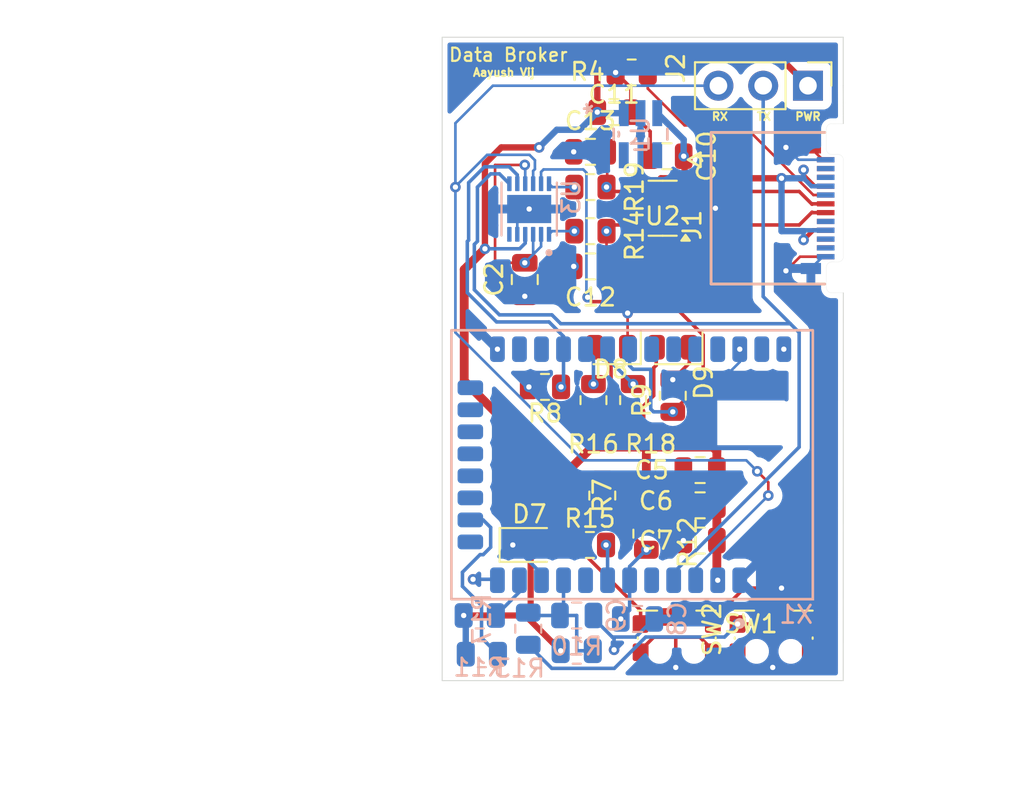
<source format=kicad_pcb>
(kicad_pcb (version 20240108) (generator "pcbnew") (generator_version "8.0")
  (layers (0 "F.Cu" signal) (1 "In1.Cu" signal) (2 "In2.Cu" signal) (31 "B.Cu" signal) (34 "B.Paste" user) (35 "F.Paste" user) (36 "B.SilkS" user "B.Silkscreen") (37 "F.SilkS" user "F.Silkscreen") (38 "B.Mask" user) (39 "F.Mask" user) (44 "Edge.Cuts" user))
  (net 0 "")
  (net 1 "GND")
  (net 2 "Net-(J1-CC)")
  (net 3 "/RF_TXD")
  (net 4 "/RF_RXD")
  (net 5 "/RF_BOOTMODE")
  (net 6 "/UART_RTS")
  (net 7 "/UART_CTS")
  (net 8 "Net-(X1-SPI_N_SSEL{slash}DIO17)")
  (net 19 "/RF_SLEEP")
  (net 25 "/RF_RESET")
  (net 26 "/RF_PWM")
  (net 27 "/RF_ASSOCIATE")
  (net 29 "+5V")
  (net 30 "+3.3V")
  (net 31 "/RF_D7")
  (net 32 "/RF_D8")
  (net 33 "/RF_D9")
  (net 34 "/USB_OUT_D+")
  (net 35 "/USB_OUT_D-")
  (net 36 "/RF_SW_RESET")
  (net 37 "/RF_SW_SLEEP")
  (net 38 "/RF_DSLEEP")
  (net 50 "/USBDM")
  (net 51 "/USBDP")
  (net 52 "/USBMLXDN")
  (net 53 "/USBMLXDP")
  (net 54 "/FTDI_RESET")
  (footprint "Connector_PinHeader_2.54mm:PinHeader_1x03_P2.54mm_Vertical" (layer "F.Cu") (at 153.75 54.5 -90)
    (property "Reference" "J2")
    (property "Value" "Conn_01x03")
  )
  (footprint "LED_SMD:LED_0805_2012Metric" (layer "F.Cu") (at 137.9441 80.5532)
    (property "Reference" "D7")
    (property "Value" "LED")
  )
  (footprint "Resistor_SMD:R_0805_2012Metric" (layer "F.Cu") (at 142.08125 77.75 90)
    (property "Reference" "R7")
    (property "Value" "1k")
  )
  (footprint "Button_Switch_SMD:SW_SPST_CK_KMS2xxGP" (layer "F.Cu") (at 151.80625 85.8375)
    (property "Reference" "SW2")
    (property "Value" "RF_SLEEP")
  )
  (footprint "Resistor_SMD:R_0805_2012Metric" (layer "F.Cu") (at 141.3816 80.5532 180)
    (property "Reference" "R15")
    (property "Value" "1K")
  )
  (footprint "Resistor_SMD:R_0805_2012Metric" (layer "F.Cu") (at 144.58125 79.9125 -90)
    (property "Reference" "R12")
    (property "Value" "10k")
  )
  (footprint "Capacitor_SMD:C_0805_2012Metric" (layer "F.Cu") (at 145.75 58.5 180)
    (property "Reference" "C10")
    (property "Value" "1uF")
  )
  (footprint "Resistor_SMD:R_0805_2012Metric" (layer "F.Cu") (at 143.83125 72.3375 -90)
    (property "Reference" "R18")
    (property "Value" "1K")
  )
  (footprint "Capacitor_SMD:C_0805_2012Metric" (layer "F.Cu") (at 141.41 58.25 180)
    (property "Reference" "C13")
    (property "Value" "47pF")
  )
  (footprint "Capacitor_SMD:C_0805_2012Metric" (layer "F.Cu") (at 142.75 56)
    (property "Reference" "C11")
    (property "Value" "1uF")
  )
  (footprint "LED_SMD:LED_0805_2012Metric" (layer "F.Cu") (at 142.58125 69.3375 180)
    (property "Reference" "D8")
    (property "Value" "LED")
  )
  (footprint "Capacitor_SMD:C_0805_2012Metric" (layer "F.Cu") (at 147.6316 76.3032 180)
    (property "Reference" "C5")
    (property "Value" "47pF")
  )
  (footprint "Resistor_SMD:R_0805_2012Metric" (layer "F.Cu") (at 141.41 62.75)
    (property "Reference" "R14")
    (property "Value" "27")
  )
  (footprint "Resistor_SMD:R_0805_2012Metric" (layer "F.Cu") (at 141.58125 72.3375 -90)
    (property "Reference" "R16")
    (property "Value" "1K")
  )
  (footprint "Resistor_SMD:R_0805_2012Metric" (layer "F.Cu") (at 143.75 53.75 180)
    (property "Reference" "R4")
    (property "Value" "5.1K")
  )
  (footprint "LED_SMD:LED_0805_2012Metric" (layer "F.Cu") (at 146.08125 69.3375 180)
    (property "Reference" "D9")
    (property "Value" "LED")
  )
  (footprint "Capacitor_SMD:C_0805_2012Metric" (layer "F.Cu") (at 141.41 64.75 180)
    (property "Reference" "C12")
    (property "Value" "47pF")
  )
  (footprint "Resistor_SMD:R_0805_2012Metric" (layer "F.Cu") (at 146.08125 72.0875 90)
    (property "Reference" "R9")
    (property "Value" "10K")
  )
  (footprint "Package_TO_SOT_SMD:SOT-23-6" (layer "F.Cu") (at 145.50575 61.45 180)
    (property "Reference" "U2")
    (property "Value" "USBLC6-2SC6")
  )
  (footprint "Capacitor_SMD:C_0805_2012Metric" (layer "F.Cu") (at 137.685 65.495 -90)
    (property "Reference" "C2")
    (property "Value" "100nF")
  )
  (footprint "rfReciever-Footprints:MOLEX_1054440001" (layer "F.Cu") (at 155.75575 61.45 90)
    (property "Reference" "J1")
    (property "Value" "MOLEX 1054440001")
    (fp_line (start 3.35 -0.96) (end 4.5 -0.96) (stroke (width 0.01)) (layer "Edge.Cuts"))
    (fp_line (start -3.35 -0.96) (end -4.5 -0.96) (stroke (width 0.01)) (layer "Edge.Cuts"))
    (fp_line (start 4.8 -0.66) (end 4.8 -0.3) (stroke (width 0.01)) (layer "Edge.Cuts"))
    (fp_line (start -4.8 -0.66) (end -4.8 -0.3) (stroke (width 0.01)) (layer "Edge.Cuts"))
    (fp_line (start 4.8 -0.3) (end 4.8 0) (stroke (width 0.01)) (layer "Edge.Cuts"))
    (fp_line (start 3.05 -0.3) (end 3.05 -0.66) (stroke (width 0.01)) (layer "Edge.Cuts"))
    (fp_line (start -3.05 -0.3) (end -3.05 -0.66) (stroke (width 0.01)) (layer "Edge.Cuts"))
    (fp_line (start -4.8 -0.3) (end -4.8 0) (stroke (width 0.01)) (layer "Edge.Cuts"))
    (fp_line (start 2.75 0) (end -2.75 0) (stroke (width 0.01)) (layer "Edge.Cuts"))
    (fp_arc (start 4.5 -0.96) (mid 4.712132 -0.872132) (end 4.8 -0.66) (stroke (width 0.01)) (layer "Edge.Cuts"))
    (fp_arc (start -3.35 -0.96) (mid -3.137868 -0.872132) (end -3.05 -0.66) (stroke (width 0.01)) (layer "Edge.Cuts"))
    (fp_arc (start 3.05 -0.66) (mid 3.137868 -0.872132) (end 3.35 -0.96) (stroke (width 0.01)) (layer "Edge.Cuts"))
    (fp_arc (start -4.8 -0.66) (mid -4.712132 -0.872132) (end -4.5 -0.96) (stroke (width 0.01)) (layer "Edge.Cuts"))
    (fp_arc (start 3.05 -0.3) (mid 2.962132 -0.087868) (end 2.75 0) (stroke (width 0.01)) (layer "Edge.Cuts"))
    (fp_arc (start -2.75 0) (mid -2.962132 -0.087868) (end -3.05 -0.3) (stroke (width 0.01)) (layer "Edge.Cuts"))
  )
  (footprint "Button_Switch_SMD:SW_SPST_CK_KMS2xxGP" (layer "F.Cu") (at 146.30625 85.8375)
    (property "Reference" "SW1")
    (property "Value" "RF_RESET")
  )
  (footprint "Resistor_SMD:R_0805_2012Metric" (layer "F.Cu") (at 141.41 60.25)
    (property "Reference" "R19")
    (property "Value" "27")
  )
  (footprint "Capacitor_SMD:C_0805_2012Metric" (layer "F.Cu") (at 147.6316 78.3032 180)
    (property "Reference" "C6")
    (property "Value" "1uF")
  )
  (footprint "Capacitor_SMD:C_0805_2012Metric" (layer "F.Cu") (at 147.6316 80.3032 180)
    (property "Reference" "C7")
    (property "Value" "10uF")
  )
  (footprint "Resistor_SMD:R_0805_2012Metric" (layer "F.Cu") (at 138.83125 71.5875 180)
    (property "Reference" "R8")
    (property "Value" "10K")
  )
  (footprint "rfReciever-Footprints:SON45P300X300X80-13N" (layer "B.Cu") (at 137.935 61.495 90)
    (property "Reference" "U3")
    (property "Value" "FT234XD-R")
  )
  (footprint "Resistor_SMD:R_0805_2012Metric" (layer "B.Cu") (at 135.1316 84.5532)
    (property "Reference" "R17")
    (property "Value" "10k")
  )
  (footprint "rfReciever-Footprints:DBV5" (layer "B.Cu") (at 144.25 57.25 -90)
    (property "Reference" "U1")
    (property "Value" "TLV70130DBVR")
  )
  (footprint "Resistor_SMD:R_0805_2012Metric" (layer "B.Cu") (at 135.25 86.75)
    (property "Reference" "R11")
    (property "Value" "10K")
  )
  (footprint "Capacitor_SMD:C_0805_2012Metric" (layer "B.Cu") (at 140.6316 84.5532)
    (property "Reference" "C9")
    (property "Value" "1u")
  )
  (footprint "rfReciever-Footprints:XBeeXR900RFMicro" (layer "B.Cu") (at 143.33125 76 90)
    (property "Reference" "X1")
    (property "Value" "DigiXBeeRX900Micro")
  )
  (footprint "Resistor_SMD:R_0805_2012Metric" (layer "B.Cu") (at 137.8816 85.3032 -90)
    (property "Reference" "R13")
    (property "Value" "1k")
  )
  (footprint "Capacitor_SMD:C_0805_2012Metric" (layer "B.Cu") (at 144.08125 84.75)
    (property "Reference" "C8")
    (property "Value" "1u")
  )
  (footprint "Resistor_SMD:R_0805_2012Metric" (layer "B.Cu") (at 140.6316 86.5532 180)
    (property "Reference" "R10")
    (property "Value" "10k")
  )
  (gr_line (start 155.75 54.5) (end 155.75575 56.65) (stroke (width 0.05)) (layer "Edge.Cuts"))
  (gr_line (start 155.75 51.75) (end 155.75 54.5) (stroke (width 0.05)) (layer "Edge.Cuts"))
  (gr_line (start 155.75575 66.25) (end 155.75 88.25) (stroke (width 0.05)) (layer "Edge.Cuts"))
  (gr_line (start 133 88.25) (end 155.75 88.25) (stroke (width 0.05)) (layer "Edge.Cuts"))
  (gr_line (start 133 51.75) (end 155.75 51.75) (stroke (width 0.05)) (layer "Edge.Cuts"))
  (gr_line (start 133 88.25) (end 133 51.75) (stroke (width 0.05)) (layer "Edge.Cuts"))
  (gr_text "PWR" (at 153.75 56.25 0) (layer "F.SilkS") (effects (font (size 0.45 0.45) (thickness 0.1125))))
  (gr_text "Aayush Vij" (at 136.5 53.75 0) (layer "F.SilkS") (effects (font (size 0.45 0.45) (thickness 0.1125))))
  (gr_text "RX" (at 148.75 56.25 0) (layer "F.SilkS") (effects (font (size 0.45 0.45) (thickness 0.1125))))
  (gr_text "TX" (at 151.25 56.25 0) (layer "F.SilkS") (effects (font (size 0.45 0.45) (thickness 0.1125))))
  (gr_text "Data Broker" (at 136.75 52.75 0) (layer "F.SilkS") (effects (font (size 0.75 0.75) (thickness 0.125))))
  (segment (start 148.35625 86.525472) (end 148.35625 86.6375) (width 0.2) (layer "F.Cu") (net 1))
  (segment (start 146.30625 84.4125) (end 146.58125 84.1375) (width 0.2) (layer "F.Cu") (net 1))
  (segment (start 143.7 54.6125) (end 142.8375 53.75) (width 0.2) (layer "F.Cu") (net 1))
  (segment (start 144.8 57.1) (end 143.7 56) (width 0.2) (layer "F.Cu") (net 1))
  (segment (start 148.5 61.45) (end 146.64325 61.45) (width 0.2) (layer "F.Cu") (net 1))
  (segment (start 151.75 85.7835) (end 153.114278 85.7835) (width 0.2) (layer "F.Cu") (net 1))
  (segment (start 154.652775 64.25) (end 154.697994 64.204773) (width 0.2) (layer "F.Cu") (net 1))
  (segment (start 149.75625 86.6375) (end 149.75625 86.525472) (width 0.2) (layer "F.Cu") (net 1))
  (segment (start 154.602056 58.716306) (end 154.748994 58.716306) (width 0.2) (layer "F.Cu") (net 1))
  (segment (start 151.53125 84.1375) (end 151.80625 84.4125) (width 0.2) (layer "F.Cu") (net 1))
  (segment (start 153.3 64.2) (end 152.5 65) (width 0.15) (layer "F.Cu") (net 1))
  (segment (start 154.75575 64.2) (end 153.3 64.2) (width 0.15) (layer "F.Cu") (net 1))
  (segment (start 154.697994 64.204773) (end 154.748975 64.183649) (width 0.2) (layer "F.Cu") (net 1))
  (segment (start 154.58575 58.7) (end 153.91575 58.03) (width 0.15) (layer "F.Cu") (net 1))
  (segment (start 153.85625 86.525472) (end 153.85625 86.6375) (width 0.2) (layer "F.Cu") (net 1))
  (segment (start 153.88575 58) (end 153.91575 58.03) (width 0.2) (layer "F.Cu") (net 1))
  (segment (start 150.498222 85.7835) (end 151.75 85.7835) (width 0.2) (layer "F.Cu") (net 1))
  (segment (start 151.75 85.7835) (end 151.75 87.5) (width 0.2) (layer "F.Cu") (net 1))
  (segment (start 146.6816 78.3032) (end 146.6816 80.3032) (width 0.2) (layer "F.Cu") (net 1))
  (segment (start 144.25625 86.525472) (end 144.998222 85.7835) (width 0.2) (layer "F.Cu") (net 1))
  (segment (start 146.58125 84.1375) (end 149 84.1375) (width 0.2) (layer "F.Cu") (net 1))
  (segment (start 149 84.1375) (end 150.1375 83) (width 0.2) (layer "F.Cu") (net 1))
  (segment (start 143.51875 67.4) (end 143.51875 69.3375) (width 0.15) (layer "F.Cu") (net 1))
  (segment (start 150.1375 83) (end 152.25 83) (width 0.2) (layer "F.Cu") (net 1))
  (segment (start 154.75575 58.7) (end 154.58575 58.7) (width 0.15) (layer "F.Cu") (net 1))
  (segment (start 149.75625 86.525472) (end 150.498222 85.7835) (width 0.2) (layer "F.Cu") (net 1))
  (segment (start 144.998222 85.7835) (end 146.25 85.7835) (width 0.2) (layer "F.Cu") (net 1))
  (segment (start 146.25 85.7835) (end 147.614278 85.7835) (width 0.2) (layer "F.Cu") (net 1))
  (segment (start 149 84.1375) (end 151.53125 84.1375) (width 0.2) (layer "F.Cu") (net 1))
  (segment (start 152.5 58) (end 153.88575 58) (width 0.2) (layer "F.Cu") (net 1))
  (segment (start 144.8 58.5) (end 144.8 57.1) (width 0.2) (layer "F.Cu") (net 1))
  (segment (start 143.7 56) (end 143.7 54.6125) (width 0.2) (layer "F.Cu") (net 1))
  (segment (start 146.25 87.5) (end 146.25 85.7835) (width 0.2) (layer "F.Cu") (net 1))
  (segment (start 144.25625 86.6375) (end 144.25625 86.525472) (width 0.2) (layer "F.Cu") (net 1))
  (segment (start 153.114278 85.7835) (end 153.85625 86.525472) (width 0.2) (layer "F.Cu") (net 1))
  (segment (start 147.01875 70.2375) (end 146.08125 71.175) (width 0.2) (layer "F.Cu") (net 1))
  (segment (start 144.11875 86.5) (end 144.25625 86.6375) (width 0.2) (layer "F.Cu") (net 1))
  (segment (start 146.6816 76.3032) (end 146.6816 78.3032) (width 0.2) (layer "F.Cu") (net 1))
  (segment (start 147.01875 69.3375) (end 147.01875 70.2375) (width 0.2) (layer "F.Cu") (net 1))
  (segment (start 149.75 86.6375) (end 149.75625 86.6375) (width 0.2) (layer "F.Cu") (net 1))
  (segment (start 147.614278 85.7835) (end 148.35625 86.525472) (width 0.2) (layer "F.Cu") (net 1))
  (via (at 140.46 64.75) (size 0.6) (drill 0.3) (layers "F.Cu" "B.Cu") (net 1))
  (via (at 137.685 66.445) (size 0.6) (drill 0.3) (layers "F.Cu" "B.Cu") (net 1))
  (via (at 152.5 65) (size 0.6) (drill 0.3) (layers "F.Cu" "B.Cu") (net 1))
  (via (at 142.8375 53.75) (size 0.6) (drill 0.3) (layers "F.Cu" "B.Cu") (net 1))
  (via (at 152.25 83) (size 0.6) (drill 0.3) (layers "F.Cu" "B.Cu") (net 1))
  (via (at 136.13416 69.4468) (size 0.6) (drill 0.3) (layers "F.Cu" "B.Cu") (net 1))
  (via (at 146.25 87.5) (size 0.6) (drill 0.3) (layers "F.Cu" "B.Cu") (net 1))
  (via (at 137.91875 71.5875) (size 0.6) (drill 0.3) (layers "F.Cu" "B.Cu") (net 1))
  (via (at 137.0066 80.5532) (size 0.6) (drill 0.3) (layers "F.Cu" "B.Cu") (net 1))
  (via (at 134.75 82.5) (size 0.6) (drill 0.3) (layers "F.Cu" "B.Cu") (net 1))
  (via (at 142.75 86.5) (size 0.6) (drill 0.3) (layers "F.Cu" "B.Cu") (net 1))
  (via (at 146.6816 80.3032) (size 0.6) (drill 0.3) (layers "F.Cu" "B.Cu") (net 1))
  (via (at 137.935 61.495) (size 0.6) (drill 0.3) (layers "F.Cu" "B.Cu") (net 1))
  (via (at 152.38 69.4468) (size 0.6) (drill 0.3) (layers "F.Cu" "B.Cu") (net 1))
  (via (at 146.08125 71.175) (size 0.6) (drill 0.3) (layers "F.Cu" "B.Cu") (net 1))
  (via (at 148.5 61.45) (size 0.6) (drill 0.3) (layers "F.Cu" "B.Cu") (net 1))
  (via (at 140.46 58.25) (size 0.6) (drill 0.3) (layers "F.Cu" "B.Cu") (net 1))
  (via (at 151.75 87.5) (size 0.6) (drill 0.3) (layers "F.Cu" "B.Cu") (net 1))
  (via (at 152.5 58) (size 0.6) (drill 0.3) (layers "F.Cu" "B.Cu") (net 1))
  (via (at 143.51875 67.4) (size 0.6) (drill 0.3) (layers "F.Cu" "B.Cu") (net 1))
  (via (at 149.88064 69.4468) (size 0.6) (drill 0.3) (layers "F.Cu" "B.Cu") (net 1))
  (segment (start 141.5816 84.5532) (end 141.5816 84.710094) (width 0.2) (layer "B.Cu") (net 1))
  (segment (start 145.00582 84.75) (end 145.03125 84.75) (width 0.2) (layer "B.Cu") (net 1))
  (segment (start 134.75 82.5) (end 136.08096 82.5) (width 0.2) (layer "B.Cu") (net 1))
  (segment (start 141.5816 84.710094) (end 142.646506 85.775) (width 0.2) (layer "B.Cu") (net 1))
  (segment (start 137.26 62.93) (end 137.26 62.17) (width 0.15) (layer "B.Cu") (net 1))
  (segment (start 148.876339 71.175) (end 146.08125 71.175) (width 0.15) (layer "B.Cu") (net 1))
  (segment (start 154.58575 64.2) (end 153.91575 64.87) (width 0.15) (layer "B.Cu") (net 1))
  (segment (start 137.0066 80.5532) (end 138.63352 82.18012) (width 0.2) (layer "B.Cu") (net 1))
  (segment (start 152.63 64.87) (end 152.5 65) (width 0.2) (layer "B.Cu") (net 1))
  (segment (start 142.75 86.5) (end 142.75 85.878494) (width 0.2) (layer "B.Cu") (net 1))
  (segment (start 154.75575 64.2) (end 154.58575 64.2) (width 0.15) (layer "B.Cu") (net 1))
  (segment (start 153.91575 64.87) (end 154.032767 64.87) (width 0.2) (layer "B.Cu") (net 1))
  (segment (start 142.75 85.878494) (end 142.646506 85.775) (width 0.2) (layer "B.Cu") (net 1))
  (segment (start 142.646506 85.775) (end 143.98082 85.775) (width 0.2) (layer "B.Cu") (net 1))
  (segment (start 138.63352 82.18012) (end 138.63352 82.5532) (width 0.2) (layer "B.Cu") (net 1))
  (segment (start 137.26 62.17) (end 137.935 61.495) (width 0.15) (layer "B.Cu") (net 1))
  (segment (start 154.75575 58.7) (end 153.2 58.7) (width 0.15) (layer "B.Cu") (net 1))
  (segment (start 153.91575 64.87) (end 152.63 64.87) (width 0.2) (layer "B.Cu") (net 1))
  (segment (start 143.98082 85.775) (end 145.00582 84.75) (width 0.2) (layer "B.Cu") (net 1))
  (segment (start 149.88064 69.4468) (end 149.88064 70.170699) (width 0.15) (layer "B.Cu") (net 1))
  (segment (start 149.88064 70.170699) (end 148.876339 71.175) (width 0.15) (layer "B.Cu") (net 1))
  (segment (start 136.08096 82.5) (end 136.13416 82.5532) (width 0.2) (layer "B.Cu") (net 1))
  (segment (start 153.2 58.7) (end 152.5 58) (width 0.15) (layer "B.Cu") (net 1))
  (segment (start 154.75575 60.7) (end 154.05675 60.7) (width 0.15) (layer "F.Cu") (net 2))
  (segment (start 146.75 56.75) (end 144.6625 54.6625) (width 0.15) (layer "F.Cu") (net 2))
  (segment (start 144.6625 54.6625) (end 144.6625 53.75) (width 0.15) (layer "F.Cu") (net 2))
  (segment (start 154.05675 60.7) (end 150.10675 56.75) (width 0.15) (layer "F.Cu") (net 2))
  (segment (start 150.10675 56.75) (end 146.75 56.75) (width 0.15) (layer "F.Cu") (net 2))
  (segment (start 151.21 66.46) (end 152.75 68) (width 0.2) (layer "B.Cu") (net 3))
  (segment (start 136.25 67.5) (end 134.825 66.075) (width 0.2) (layer "B.Cu") (net 3))
  (segment (start 135 63.326471) (end 135 60.25) (width 0.2) (layer "B.Cu") (net 3))
  (segment (start 151.21 54.5) (end 151.21 66.46) (width 0.2) (layer "B.Cu") (net 3))
  (segment (start 153.25 75) (end 153.25 68.5) (width 0.2) (layer "B.Cu") (net 3))
  (segment (start 136.25 59.5) (end 136.81 60.06) (width 0.2) (layer "B.Cu") (net 3))
  (segment (start 139.725985 68) (end 139.225985 67.5) (width 0.2) (layer "B.Cu") (net 3))
  (segment (start 135.75 59.5) (end 136.25 59.5) (width 0.2) (layer "B.Cu") (net 3))
  (segment (start 146.1316 82.5532) (end 146.1316 82.1184) (width 0.2) (layer "B.Cu") (net 3))
  (segment (start 139.225985 67.5) (end 136.25 67.5) (width 0.2) (layer "B.Cu") (net 3))
  (segment (start 146.1316 82.1184) (end 153.25 75) (width 0.2) (layer "B.Cu") (net 3))
  (segment (start 134.825 66.075) (end 134.825 63.501471) (width 0.2) (layer "B.Cu") (net 3))
  (segment (start 153.25 68.5) (end 152.75 68) (width 0.2) (layer "B.Cu") (net 3))
  (segment (start 135 60.25) (end 135.75 59.5) (width 0.2) (layer "B.Cu") (net 3))
  (segment (start 152.75 68) (end 139.725985 68) (width 0.2) (layer "B.Cu") (net 3))
  (segment (start 134.825 63.501471) (end 135 63.326471) (width 0.2) (layer "B.Cu") (net 3))
  (segment (start 151.5 77) (end 151.5 77.75) (width 0.15) (layer "F.Cu") (net 4))
  (segment (start 150.875 76.375) (end 151.5 77) (width 0.15) (layer "F.Cu") (net 4))
  (via (at 151.5 77.75) (size 0.6) (drill 0.3) (layers "F.Cu" "B.Cu") (net 4))
  (via (at 133.75 60.25) (size 0.6) (drill 0.3) (layers "F.Cu" "B.Cu") (net 4))
  (via (at 150.875 76.375) (size 0.6) (drill 0.3) (layers "F.Cu" "B.Cu") (net 4))
  (segment (start 133.75 68.5) (end 133.75 60.25) (width 0.15) (layer "B.Cu") (net 4))
  (segment (start 147.38128 81.86872) (end 147.38128 82.5532) (width 0.15) (layer "B.Cu") (net 4))
  (segment (start 150.875 76.375) (end 150.25 75.75) (width 0.15) (layer "B.Cu") (net 4))
  (segment (start 137.95033 58.42) (end 135.54967 58.42) (width 0.15) (layer "B.Cu") (net 4))
  (segment (start 141 75.75) (end 133.75 68.5) (width 0.15) (layer "B.Cu") (net 4))
  (segment (start 135.54967 58.42) (end 133.75 60.21967) (width 0.15) (layer "B.Cu") (net 4))
  (segment (start 135.875 54.5) (end 148.67 54.5) (width 0.15) (layer "B.Cu") (net 4))
  (segment (start 133.75 60.21967) (end 133.75 60.25) (width 0.15) (layer "B.Cu") (net 4))
  (segment (start 138.16 59.333173) (end 138.26 59.233173) (width 0.15) (layer "B.Cu") (net 4))
  (segment (start 150.25 75.75) (end 141 75.75) (width 0.15) (layer "B.Cu") (net 4))
  (segment (start 138.16 60.06) (end 138.16 59.333173) (width 0.15) (layer "B.Cu") (net 4))
  (segment (start 151.5 77.75) (end 147.38128 81.86872) (width 0.15) (layer "B.Cu") (net 4))
  (segment (start 138.26 59.233173) (end 138.26 58.72967) (width 0.15) (layer "B.Cu") (net 4))
  (segment (start 138.26 58.72967) (end 137.95033 58.42) (width 0.15) (layer "B.Cu") (net 4))
  (segment (start 133.75 56.625) (end 135.875 54.5) (width 0.15) (layer "B.Cu") (net 4))
  (segment (start 133.75 60.25) (end 133.75 56.625) (width 0.15) (layer "B.Cu") (net 4))
  (segment (start 136.0441 84.5532) (end 137.38384 83.21346) (width 0.2) (layer "B.Cu") (net 5))
  (segment (start 137.38384 83.21346) (end 137.38384 82.5532) (width 0.2) (layer "B.Cu") (net 5))
  (via (at 139.74375 71.5875) (size 0.6) (drill 0.3) (layers "F.Cu" "B.Cu") (net 6))
  (segment (start 134.425 63.335786) (end 134.5 63.260786) (width 0.2) (layer "B.Cu") (net 6))
  (segment (start 139.8832 69.4468) (end 139.8832 71.44805) (width 0.2) (layer "B.Cu") (net 6))
  (segment (start 136.084314 67.9) (end 134.425 66.240686) (width 0.2) (layer "B.Cu") (net 6))
  (segment (start 139.8832 69.4468) (end 139.8832 68.722901) (width 0.2) (layer "B.Cu") (net 6))
  (segment (start 139.060299 67.9) (end 136.084314 67.9) (width 0.2) (layer "B.Cu") (net 6))
  (segment (start 134.5 63.260786) (end 134.5 60) (width 0.2) (layer "B.Cu") (net 6))
  (segment (start 134.425 66.240686) (end 134.425 63.335786) (width 0.2) (layer "B.Cu") (net 6))
  (segment (start 139.8832 68.722901) (end 139.060299 67.9) (width 0.2) (layer "B.Cu") (net 6))
  (segment (start 139.8832 71.44805) (end 139.74375 71.5875) (width 0.2) (layer "B.Cu") (net 6))
  (segment (start 135.4 59.1) (end 136.801824 59.1) (width 0.2) (layer "B.Cu") (net 6))
  (segment (start 136.801824 59.1) (end 137.26 59.558176) (width 0.2) (layer "B.Cu") (net 6))
  (segment (start 137.26 59.558176) (end 137.26 60.06) (width 0.2) (layer "B.Cu") (net 6))
  (segment (start 134.5 60) (end 135.4 59.1) (width 0.2) (layer "B.Cu") (net 6))
  (segment (start 141.25 66.5) (end 141.5 66.75) (width 0.2) (layer "F.Cu") (net 7))
  (segment (start 147.80625 71.275) (end 146.08125 73) (width 0.2) (layer "F.Cu") (net 7))
  (segment (start 145.906982 66.75) (end 147.80625 68.649268) (width 0.2) (layer "F.Cu") (net 7))
  (segment (start 141.5 66.75) (end 145.906982 66.75) (width 0.2) (layer "F.Cu") (net 7))
  (segment (start 147.80625 68.649268) (end 147.80625 71.275) (width 0.2) (layer "F.Cu") (net 7))
  (via (at 146.08125 73) (size 0.6) (drill 0.3) (layers "F.Cu" "B.Cu") (net 7))
  (via (at 141.25 66.5) (size 0.6) (drill 0.3) (layers "F.Cu" "B.Cu") (net 7))
  (segment (start 144.83125 72.8375) (end 144.83125 70.5875) (width 0.2) (layer "B.Cu") (net 7))
  (segment (start 138.61 59.39) (end 138.61 60.06) (width 0.15) (layer "B.Cu") (net 7))
  (segment (start 138.75 59.25) (end 138.61 59.39) (width 0.15) (layer "B.Cu") (net 7))
  (segment (start 141.1825 59.4325) (end 141 59.25) (width 0.15) (layer "B.Cu") (net 7))
  (segment (start 143.63224 70.38849) (end 143.63224 69.4468) (width 0.2) (layer "B.Cu") (net 7))
  (segment (start 144.99375 73) (end 144.83125 72.8375) (width 0.2) (layer "B.Cu") (net 7))
  (segment (start 141.25 66.5) (end 141.1825 66.4325) (width 0.15) (layer "B.Cu") (net 7))
  (segment (start 141 59.25) (end 138.75 59.25) (width 0.15) (layer "B.Cu") (net 7))
  (segment (start 143.83125 70.5875) (end 143.63224 70.38849) (width 0.2) (layer "B.Cu") (net 7))
  (segment (start 146.08125 73) (end 144.99375 73) (width 0.2) (layer "B.Cu") (net 7))
  (segment (start 141.1825 66.4325) (end 141.1825 59.4325) (width 0.15) (layer "B.Cu") (net 7))
  (segment (start 144.83125 70.5875) (end 143.83125 70.5875) (width 0.2) (layer "B.Cu") (net 7))
  (segment (start 135.2316 83.9816) (end 134.15 82.9) (width 0.2) (layer "B.Cu") (net 8))
  (segment (start 135.328678 81.1006) (end 135.75 80.679278) (width 0.2) (layer "B.Cu") (net 8))
  (segment (start 135.75 80.679278) (end 135.75 79.560461) (width 0.2) (layer "B.Cu") (net 8))
  (segment (start 135.321359 79.13182) (end 134.59746 79.13182) (width 0.2) (layer "B.Cu") (net 8))
  (segment (start 135.2316 85.8191) (end 135.2316 83.9816) (width 0.2) (layer "B.Cu") (net 8))
  (segment (start 134.15 82.9) (end 134.15 82.1) (width 0.2) (layer "B.Cu") (net 8))
  (segment (start 136.1625 86.75) (end 135.2316 85.8191) (width 0.2) (layer "B.Cu") (net 8))
  (segment (start 134.15 82.1) (end 135.1494 81.1006) (width 0.2) (layer "B.Cu") (net 8))
  (segment (start 135.75 79.560461) (end 135.321359 79.13182) (width 0.2) (layer "B.Cu") (net 8))
  (segment (start 135.1494 81.1006) (end 135.328678 81.1006) (width 0.2) (layer "B.Cu") (net 8))
  (segment (start 139.6816 84.5532) (end 138.0441 84.5532) (width 0.2) (layer "B.Cu") (net 19))
  (segment (start 140.6316 84.5532) (end 140.6316 86.5532) (width 0.2) (layer "B.Cu") (net 19))
  (segment (start 138.0441 84.5532) (end 137.8816 84.3907) (width 0.2) (layer "B.Cu") (net 19))
  (segment (start 139.8832 82.5532) (end 139.8832 84.3516) (width 0.2) (layer "B.Cu") (net 19))
  (segment (start 137.9191 84.3532) (end 137.8816 84.3907) (width 0.2) (layer "B.Cu") (net 19))
  (segment (start 140.6316 86.5532) (end 141.5441 86.5532) (width 0.2) (layer "B.Cu") (net 19))
  (segment (start 139.6816 84.5532) (end 140.6316 84.5532) (width 0.2) (layer "B.Cu") (net 19))
  (segment (start 139.8832 84.3516) (end 139.6816 84.5532) (width 0.2) (layer "B.Cu") (net 19))
  (segment (start 142.41875 78.6625) (end 144.58125 80.825) (width 0.2) (layer "F.Cu") (net 25))
  (segment (start 142.08125 78.6625) (end 142.41875 78.6625) (width 0.2) (layer "F.Cu") (net 25))
  (via (at 144.58125 80.825) (size 0.6) (drill 0.3) (layers "F.Cu" "B.Cu") (net 25))
  (via (at 143.13125 84.75) (size 0.6) (drill 0.3) (layers "F.Cu" "B.Cu") (net 25))
  (segment (start 143.63224 82.5532) (end 143.63224 81.77401) (width 0.2) (layer "B.Cu") (net 25))
  (segment (start 143.63224 81.77401) (end 144.58125 80.825) (width 0.2) (layer "B.Cu") (net 25))
  (segment (start 143.63224 84.24901) (end 143.63224 82.5532) (width 0.2) (layer "B.Cu") (net 25))
  (segment (start 143.13125 84.75) (end 143.63224 84.24901) (width 0.2) (layer "B.Cu") (net 25))
  (via (at 142.2941 80.5532) (size 0.6) (drill 0.3) (layers "F.Cu" "B.Cu") (net 26))
  (segment (start 142.38256 80.64166) (end 142.38256 82.5532) (width 0.2) (layer "B.Cu") (net 26))
  (segment (start 142.2941 80.5532) (end 142.38256 80.64166) (width 0.2) (layer "B.Cu") (net 26))
  (via (at 143.83125 71.425) (size 0.6) (drill 0.3) (layers "F.Cu" "B.Cu") (net 27))
  (segment (start 142.38256 69.97631) (end 142.38256 69.4468) (width 0.2) (layer "B.Cu") (net 27))
  (segment (start 143.83125 71.425) (end 142.38256 69.97631) (width 0.2) (layer "B.Cu") (net 27))
  (segment (start 145.41075 61.33925) (end 145.3 61.45) (width 0.36) (layer "F.Cu") (net 29))
  (segment (start 145.41075 59.75) (end 145.41075 61.33925) (width 0.36) (layer "F.Cu") (net 29))
  (segment (start 154.05 62.7) (end 154.75575 62.7) (width 0.25) (layer "F.Cu") (net 29))
  (segment (start 153.5 59.275) (end 153.5 59.577564) (width 0.25) (layer "F.Cu") (net 29))
  (segment (start 146.75 59.75) (end 146.75 58.55) (width 0.36) (layer "F.Cu") (net 29))
  (segment (start 146.75 58.55) (end 146.7 58.5) (width 0.36) (layer "F.Cu") (net 29))
  (segment (start 153.5 59.577564) (end 154.122436 60.2) (width 0.25) (layer "F.Cu") (net 29))
  (segment (start 153.5 63.25) (end 154.05 62.7) (width 0.25) (layer "F.Cu") (net 29))
  (segment (start 145.41075 59.75) (end 146.75 59.75) (width 0.36) (layer "F.Cu") (net 29))
  (segment (start 146.75 59.75) (end 152.25 59.75) (width 0.36) (layer "F.Cu") (net 29))
  (segment (start 145.3 61.45) (end 144.36825 61.45) (width 0.36) (layer "F.Cu") (net 29))
  (segment (start 154.122436 60.2) (end 154.75575 60.2) (width 0.25) (layer "F.Cu") (net 29))
  (via (at 153.5 59.275) (size 0.6) (drill 0.3) (layers "F.Cu" "B.Cu") (net 29))
  (via (at 152.25 59.75) (size 0.6) (drill 0.3) (layers "F.Cu" "B.Cu") (net 29))
  (via (at 146.7 58.5) (size 0.6) (drill 0.3) (layers "F.Cu" "B.Cu") (net 29))
  (via (at 153.5 63.25) (size 0.6) (drill 0.3) (layers "F.Cu" "B.Cu") (net 29))
  (segment (start 152.75 59.75) (end 153.5 59.75) (width 0.36) (layer "B.Cu") (net 29))
  (segment (start 153.5 59.75) (end 153.5 59.275) (width 0.25) (layer "B.Cu") (net 29))
  (segment (start 146.7 57.556199) (end 146.7 58.5) (width 0.36) (layer "B.Cu") (net 29))
  (segment (start 154.75575 62.7) (end 153.55 62.7) (width 0.25) (layer "B.Cu") (net 29))
  (segment (start 153.55 62.7) (end 153.5 62.75) (width 0.25) (layer "B.Cu") (net 29))
  (segment (start 152.25 59.75) (end 152.75 59.75) (width 0.36) (layer "B.Cu") (net 29))
  (segment (start 153.5 62.75) (end 153.5 63.25) (width 0.25) (layer "B.Cu") (net 29))
  (segment (start 152.25 59.75) (end 152.25 62.75) (width 0.36) (layer "B.Cu") (net 29))
  (segment (start 152.25 62.75) (end 153.5 62.75) (width 0.36) (layer "B.Cu") (net 29))
  (segment (start 153.95 60.2) (end 153.5 59.75) (width 0.25) (layer "B.Cu") (net 29))
  (segment (start 154.75575 60.2) (end 153.95 60.2) (width 0.25) (layer "B.Cu") (net 29))
  (segment (start 153.475 59.25) (end 153.5 59.275) (width 0.36) (layer "B.Cu") (net 29))
  (segment (start 145.200001 56.0562) (end 146.7 57.556199) (width 0.36) (layer "B.Cu") (net 29))
  (segment (start 148.5816 76.3032) (end 148.5816 78.3032) (width 0.5) (layer "F.Cu") (net 30))
  (segment (start 138.0191 79.2309) (end 138.0191 79.227899) (width 0.35) (layer "F.Cu") (net 30))
  (segment (start 136.351533 58) (end 135.425 58.926533) (width 0.36) (layer "F.Cu") (net 30))
  (segment (start 148.5816 75.224694) (end 148.5816 76.3032) (width 0.5) (layer "F.Cu") (net 30))
  (segment (start 148.356906 75) (end 148.5816 75.224694) (width 0.5) (layer "F.Cu") (net 30))
  (segment (start 138.0191 78.4809) (end 138.0191 79.2309) (width 0.5) (layer "F.Cu") (net 30))
  (segment (start 139.75 76.75) (end 141.5 75) (width 0.5) (layer "F.Cu") (net 30))
  (segment (start 144.5 75) (end 148.356906 75) (width 0.5) (layer "F.Cu") (net 30))
  (segment (start 138.0191 79.2309) (end 138.0191 84.0341) (width 0.35) (layer "F.Cu") (net 30))
  (segment (start 151.5 52.25) (end 153.75 54.5) (width 0.36) (layer "F.Cu") (net 30))
  (segment (start 138.5 58) (end 136.351533 58) (width 0.36) (layer "F.Cu") (net 30))
  (segment (start 144.58125 75.08125) (end 144.5 75) (width 0.5) (layer "F.Cu") (net 30))
  (segment (start 137.5 84.5532) (end 138.0191 84.0341) (width 0.35) (layer "F.Cu") (net 30))
  (segment (start 135.425 58.926533) (end 135.425 63.75) (width 0.36) (layer "F.Cu") (net 30))
  (segment (start 139.75 76.75) (end 138.0191 78.4809) (width 0.5) (layer "F.Cu") (net 30))
  (segment (start 134.2191 84.5532) (end 137.5 84.5532) (width 0.35) (layer "F.Cu") (net 30))
  (segment (start 142 52.25) (end 151.5 52.25) (width 0.36) (layer "F.Cu") (net 30))
  (segment (start 148.5816 82.50384) (end 148.63096 82.5532) (width 0.5) (layer "F.Cu") (net 30))
  (segment (start 141.8 56) (end 141.8 52.45) (width 0.36) (layer "F.Cu") (net 30))
  (segment (start 134.25 64.925) (end 134.25 71.25) (width 0.5) (layer "F.Cu") (net 30))
  (segment (start 148.5816 80.3032) (end 148.5816 82.50384) (width 0.5) (layer "F.Cu") (net 30))
  (segment (start 137.7191 84.5532) (end 139.7191 86.5532) (width 0.35) (layer "F.Cu") (net 30))
  (segment (start 141.8 52.45) (end 142 52.25) (width 0.36) (layer "F.Cu") (net 30))
  (segment (start 144.58125 79) (end 144.58125 75.08125) (width 0.5) (layer "F.Cu") (net 30))
  (segment (start 148.5816 78.3032) (end 148.5816 80.3032) (width 0.5) (layer "F.Cu") (net 30))
  (segment (start 134.25 71.25) (end 139.75 76.75) (width 0.5) (layer "F.Cu") (net 30))
  (segment (start 141.5 75) (end 144.5 75) (width 0.5) (layer "F.Cu") (net 30))
  (segment (start 137.5 84.5532) (end 137.7191 84.5532) (width 0.35) (layer "F.Cu") (net 30))
  (segment (start 135.425 63.75) (end 134.25 64.925) (width 0.5) (layer "F.Cu") (net 30))
  (via (at 134.2191 84.5532) (size 0.6) (drill 0.3) (layers "F.Cu" "B.Cu") (net 30))
  (via (at 139.7191 86.5532) (size 0.6) (drill 0.3) (layers "F.Cu" "B.Cu") (net 30))
  (via (at 148.63096 82.5532) (size 0.6) (drill 0.3) (layers "F.Cu" "B.Cu") (net 30))
  (via (at 138.5 58) (size 0.6) (drill 0.3) (layers "F.Cu" "B.Cu") (net 30))
  (via (at 135.425 63.75) (size 0.6) (drill 0.3) (layers "F.Cu" "B.Cu") (net 30))
  (via (at 141.8 56) (size 0.6) (drill 0.3) (layers "F.Cu" "B.Cu") (net 30))
  (segment (start 138.5 58) (end 139.5 57) (width 0.36) (layer "B.Cu") (net 30))
  (segment (start 137.71 62.93) (end 137.71 63.35) (width 0.2) (layer "B.Cu") (net 30))
  (segment (start 137.391824 63.75) (end 137.71 63.431824) (width 0.2) (layer "B.Cu") (net 30))
  (segment (start 143.299999 56.0562) (end 141.8562 56.0562) (width 0.36) (layer "B.Cu") (net 30))
  (segment (start 139.5 57) (end 140.8 57) (width 0.36) (layer "B.Cu") (net 30))
  (segment (start 134.3375 86.75) (end 134.3375 84.6716) (width 0.36) (layer "B.Cu") (net 30))
  (segment (start 134.3375 84.6716) (end 134.2191 84.5532) (width 0.36) (layer "B.Cu") (net 30))
  (segment (start 137.71 63.431824) (end 137.71 62.93) (width 0.2) (layer "B.Cu") (net 30))
  (segment (start 141.8562 56.0562) (end 141.8 56) (width 0.36) (layer "B.Cu") (net 30))
  (segment (start 135.425 63.75) (end 137.391824 63.75) (width 0.2) (layer "B.Cu") (net 30))
  (segment (start 140.8 57) (end 141.8 56) (width 0.36) (layer "B.Cu") (net 30))
  (segment (start 140.4691 80.5532) (end 138.8816 80.5532) (width 0.2) (layer "F.Cu") (net 31))
  (segment (start 142.41875 73.25) (end 142.58125 73.0875) (width 0.2) (layer "F.Cu") (net 32))
  (segment (start 142.58125 70.275) (end 141.64375 69.3375) (width 0.2) (layer "F.Cu") (net 32))
  (segment (start 142.58125 73.0875) (end 142.58125 70.275) (width 0.2) (layer "F.Cu") (net 32))
  (segment (start 141.58125 73.25) (end 142.41875 73.25) (width 0.2) (layer "F.Cu") (net 32))
  (segment (start 145 70.5) (end 145.14375 70.35625) (width 0.2) (layer "F.Cu") (net 33))
  (segment (start 145 72.08125) (end 145 70.5) (width 0.2) (layer "F.Cu") (net 33))
  (segment (start 145.14375 70.35625) (end 145.14375 69.3375) (width 0.2) (layer "F.Cu") (net 33))
  (segment (start 143.83125 73.25) (end 145 72.08125) (width 0.2) (layer "F.Cu") (net 33))
  (segment (start 142.3225 60.25) (end 142.5725 60.5) (width 0.2) (layer "F.Cu") (net 34))
  (segment (start 142.5725 60.5) (end 144.36825 60.5) (width 0.2) (layer "F.Cu") (net 34))
  (segment (start 142.36 60.2125) (end 142.3225 60.25) (width 0.15) (layer "F.Cu") (net 34))
  (segment (start 142.36 58.25) (end 142.36 60.2125) (width 0.15) (layer "F.Cu") (net 34))
  (via (at 142.3225 60.25) (size 0.6) (drill 0.3) (layers "F.Cu" "B.Cu") (net 34))
  (segment (start 142.3225 64.7125) (end 142.36 64.75) (width 0.15) (layer "F.Cu") (net 35))
  (segment (start 142.3225 62.75) (end 142.3225 64.7125) (width 0.15) (layer "F.Cu") (net 35))
  (segment (start 142.3225 62.75) (end 142.6725 62.4) (width 0.2) (layer "F.Cu") (net 35))
  (segment (start 142.6725 62.4) (end 144.36825 62.4) (width 0.2) (layer "F.Cu") (net 35))
  (via (at 142.3225 62.75) (size 0.6) (drill 0.3) (layers "F.Cu" "B.Cu") (net 35))
  (segment (start 141.08125 76.8375) (end 142.08125 76.8375) (width 0.2) (layer "F.Cu") (net 36))
  (segment (start 141.33125 79.5875) (end 141.08125 79.3375) (width 0.2) (layer "F.Cu") (net 36))
  (segment (start 144.25625 84.2625) (end 141.33125 81.3375) (width 0.2) (layer "F.Cu") (net 36))
  (segment (start 141.08125 79.3375) (end 141.08125 76.8375) (width 0.2) (layer "F.Cu") (net 36))
  (segment (start 148.35625 85.0375) (end 144.25625 85.0375) (width 0.2) (layer "F.Cu") (net 36))
  (segment (start 141.33125 81.3375) (end 141.33125 79.5875) (width 0.2) (layer "F.Cu") (net 36))
  (segment (start 144.25625 85.0375) (end 143.94375 85.35) (width 0.2) (layer "F.Cu") (net 36))
  (segment (start 144.25625 85.0375) (end 144.25625 84.2625) (width 0.2) (layer "F.Cu") (net 36))
  (segment (start 153.85625 85.0375) (end 149.75625 85.0375) (width 0.2) (layer "F.Cu") (net 37))
  (via (at 149.75625 85.0375) (size 0.6) (drill 0.3) (layers "F.Cu" "B.Cu") (net 37))
  (segment (start 144.546506 85.775) (end 149.01875 85.775) (width 0.2) (layer "B.Cu") (net 37))
  (segment (start 137.8816 86.2157) (end 139.2191 87.5532) (width 0.2) (layer "B.Cu") (net 37))
  (segment (start 139.2191 87.5532) (end 142.768306 87.5532) (width 0.2) (layer "B.Cu") (net 37))
  (segment (start 149.01875 85.775) (end 149.75625 85.0375) (width 0.2) (layer "B.Cu") (net 37))
  (segment (start 142.768306 87.5532) (end 144.546506 85.775) (width 0.2) (layer "B.Cu") (net 37))
  (via (at 141.58125 71.425) (size 0.6) (drill 0.3) (layers "F.Cu" "B.Cu") (net 38))
  (segment (start 141.58125 69.89517) (end 141.13288 69.4468) (width 0.2) (layer "B.Cu") (net 38))
  (segment (start 141.58125 71.425) (end 141.58125 69.89517) (width 0.2) (layer "B.Cu") (net 38))
  (via (at 140.4975 62.75) (size 0.6) (drill 0.3) (layers "F.Cu" "B.Cu") (net 50))
  (segment (start 139.06 62.93) (end 139.24 62.75) (width 0.15) (layer "B.Cu") (net 50))
  (segment (start 139.24 62.75) (end 140.4975 62.75) (width 0.15) (layer "B.Cu") (net 50))
  (via (at 140.4975 60.25) (size 0.6) (drill 0.3) (layers "F.Cu" "B.Cu") (net 51))
  (segment (start 139.06 60.06) (end 139.25 60.25) (width 0.15) (layer "B.Cu") (net 51))
  (segment (start 139.25 60.25) (end 140.4975 60.25) (width 0.15) (layer "B.Cu") (net 51))
  (segment (start 153.255749 62.4) (end 153.980749 61.675) (width 0.2) (layer "F.Cu") (net 52))
  (segment (start 154.005749 61.7) (end 154.75575 61.7) (width 0.2) (layer "F.Cu") (net 52))
  (segment (start 146.64325 62.4) (end 153.255749 62.4) (width 0.2) (layer "F.Cu") (net 52))
  (segment (start 153.980749 61.675) (end 154.005749 61.7) (width 0.2) (layer "F.Cu") (net 52))
  (segment (start 153.980749 61.225) (end 154.005749 61.2) (width 0.2) (layer "F.Cu") (net 53))
  (segment (start 153.255749 60.5) (end 153.980749 61.225) (width 0.2) (layer "F.Cu") (net 53))
  (segment (start 146.64325 60.5) (end 153.255749 60.5) (width 0.2) (layer "F.Cu") (net 53))
  (segment (start 154.005749 61.2) (end 154.75575 61.2) (width 0.2) (layer "F.Cu") (net 53))
  (segment (start 136 58.995) (end 136 64.545) (width 0.15) (layer "F.Cu") (net 54))
  (segment (start 136 64.545) (end 137.685 64.545) (width 0.15) (layer "F.Cu") (net 54))
  (segment (start 137.685 58.995) (end 136 58.995) (width 0.15) (layer "F.Cu") (net 54))
  (via (at 137.685 64.545) (size 0.6) (drill 0.3) (layers "F.Cu" "B.Cu") (net 54))
  (via (at 137.685 58.995) (size 0.6) (drill 0.3) (layers "F.Cu" "B.Cu") (net 54))
  (segment (start 137.71 60.06) (end 137.71 59.02) (width 0.15) (layer "B.Cu") (net 54))
  (segment (start 137.71 59.02) (end 137.685 58.995) (width 0.15) (layer "B.Cu") (net 54))
  (segment (start 138.61 62.93) (end 138.61 63.62) (width 0.15) (layer "B.Cu") (net 54))
  (segment (start 138.61 63.62) (end 138.16 64.07) (width 0.15) (layer "B.Cu") (net 54))
  (segment (start 138.16 64.07) (end 137.685 64.545) (width 0.15) (layer "B.Cu") (net 54))
  (segment (start 138.16 62.93) (end 138.16 64.07) (width 0.15) (layer "B.Cu") (net 54))
  (zone (net 1) (net_name "GND") (layers "In1.Cu" "In2.Cu" "B.Cu") (connect_pads (clearance 0.5)) (min_thickness 0.25) (fill yes (thermal_gap 0.5) (thermal_bridge_width 0.5))
    (polygon (pts (xy 133 51.75) (xy 155.75 51.75) (xy 155.75 88.25) (xy 133 88.25)))
  )
)
</source>
